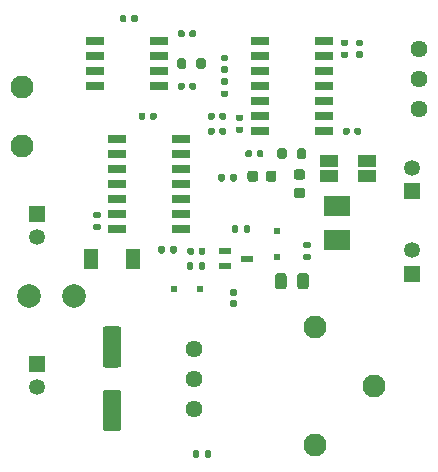
<source format=gbr>
%TF.GenerationSoftware,KiCad,Pcbnew,(5.1.8)-1*%
%TF.CreationDate,2021-01-15T11:06:26+00:00*%
%TF.ProjectId,Bat_Listner_JLCPCB,4261745f-4c69-4737-946e-65725f4a4c43,rev?*%
%TF.SameCoordinates,Original*%
%TF.FileFunction,Soldermask,Top*%
%TF.FilePolarity,Negative*%
%FSLAX46Y46*%
G04 Gerber Fmt 4.6, Leading zero omitted, Abs format (unit mm)*
G04 Created by KiCad (PCBNEW (5.1.8)-1) date 2021-01-15 11:06:26*
%MOMM*%
%LPD*%
G01*
G04 APERTURE LIST*
%ADD10R,1.528000X0.650000*%
%ADD11R,2.300000X1.800000*%
%ADD12R,1.300000X1.700000*%
%ADD13R,0.500000X0.500000*%
%ADD14R,1.525000X0.650000*%
%ADD15C,1.350000*%
%ADD16R,1.350000X1.350000*%
%ADD17C,1.950000*%
%ADD18R,1.500000X1.000000*%
%ADD19R,1.000000X0.550000*%
%ADD20C,1.440000*%
%ADD21C,2.000000*%
G04 APERTURE END LIST*
D10*
%TO.C,AT1*%
X142704000Y-55245000D03*
X142704000Y-56515000D03*
X142704000Y-57785000D03*
X142704000Y-59055000D03*
X148126000Y-59055000D03*
X148126000Y-57785000D03*
X148126000Y-56515000D03*
X148126000Y-55245000D03*
%TD*%
%TO.C,C1*%
G36*
G01*
X145370000Y-53170000D02*
X145370000Y-53510000D01*
G75*
G02*
X145230000Y-53650000I-140000J0D01*
G01*
X144950000Y-53650000D01*
G75*
G02*
X144810000Y-53510000I0J140000D01*
G01*
X144810000Y-53170000D01*
G75*
G02*
X144950000Y-53030000I140000J0D01*
G01*
X145230000Y-53030000D01*
G75*
G02*
X145370000Y-53170000I0J-140000D01*
G01*
G37*
G36*
G01*
X146330000Y-53170000D02*
X146330000Y-53510000D01*
G75*
G02*
X146190000Y-53650000I-140000J0D01*
G01*
X145910000Y-53650000D01*
G75*
G02*
X145770000Y-53510000I0J140000D01*
G01*
X145770000Y-53170000D01*
G75*
G02*
X145910000Y-53030000I140000J0D01*
G01*
X146190000Y-53030000D01*
G75*
G02*
X146330000Y-53170000I0J-140000D01*
G01*
G37*
%TD*%
%TO.C,C2*%
G36*
G01*
X149735000Y-54780000D02*
X149735000Y-54440000D01*
G75*
G02*
X149875000Y-54300000I140000J0D01*
G01*
X150155000Y-54300000D01*
G75*
G02*
X150295000Y-54440000I0J-140000D01*
G01*
X150295000Y-54780000D01*
G75*
G02*
X150155000Y-54920000I-140000J0D01*
G01*
X149875000Y-54920000D01*
G75*
G02*
X149735000Y-54780000I0J140000D01*
G01*
G37*
G36*
G01*
X150695000Y-54780000D02*
X150695000Y-54440000D01*
G75*
G02*
X150835000Y-54300000I140000J0D01*
G01*
X151115000Y-54300000D01*
G75*
G02*
X151255000Y-54440000I0J-140000D01*
G01*
X151255000Y-54780000D01*
G75*
G02*
X151115000Y-54920000I-140000J0D01*
G01*
X150835000Y-54920000D01*
G75*
G02*
X150695000Y-54780000I0J140000D01*
G01*
G37*
%TD*%
%TO.C,C3*%
G36*
G01*
X153500000Y-57350000D02*
X153840000Y-57350000D01*
G75*
G02*
X153980000Y-57490000I0J-140000D01*
G01*
X153980000Y-57770000D01*
G75*
G02*
X153840000Y-57910000I-140000J0D01*
G01*
X153500000Y-57910000D01*
G75*
G02*
X153360000Y-57770000I0J140000D01*
G01*
X153360000Y-57490000D01*
G75*
G02*
X153500000Y-57350000I140000J0D01*
G01*
G37*
G36*
G01*
X153500000Y-56390000D02*
X153840000Y-56390000D01*
G75*
G02*
X153980000Y-56530000I0J-140000D01*
G01*
X153980000Y-56810000D01*
G75*
G02*
X153840000Y-56950000I-140000J0D01*
G01*
X153500000Y-56950000D01*
G75*
G02*
X153360000Y-56810000I0J140000D01*
G01*
X153360000Y-56530000D01*
G75*
G02*
X153500000Y-56390000I140000J0D01*
G01*
G37*
%TD*%
%TO.C,C4*%
G36*
G01*
X143595000Y-79370000D02*
X144695000Y-79370000D01*
G75*
G02*
X144945000Y-79620000I0J-250000D01*
G01*
X144945000Y-82620000D01*
G75*
G02*
X144695000Y-82870000I-250000J0D01*
G01*
X143595000Y-82870000D01*
G75*
G02*
X143345000Y-82620000I0J250000D01*
G01*
X143345000Y-79620000D01*
G75*
G02*
X143595000Y-79370000I250000J0D01*
G01*
G37*
G36*
G01*
X143595000Y-84770000D02*
X144695000Y-84770000D01*
G75*
G02*
X144945000Y-85020000I0J-250000D01*
G01*
X144945000Y-88020000D01*
G75*
G02*
X144695000Y-88270000I-250000J0D01*
G01*
X143595000Y-88270000D01*
G75*
G02*
X143345000Y-88020000I0J250000D01*
G01*
X143345000Y-85020000D01*
G75*
G02*
X143595000Y-84770000I250000J0D01*
G01*
G37*
%TD*%
%TO.C,C5*%
G36*
G01*
X147925000Y-61425000D02*
X147925000Y-61765000D01*
G75*
G02*
X147785000Y-61905000I-140000J0D01*
G01*
X147505000Y-61905000D01*
G75*
G02*
X147365000Y-61765000I0J140000D01*
G01*
X147365000Y-61425000D01*
G75*
G02*
X147505000Y-61285000I140000J0D01*
G01*
X147785000Y-61285000D01*
G75*
G02*
X147925000Y-61425000I0J-140000D01*
G01*
G37*
G36*
G01*
X146965000Y-61425000D02*
X146965000Y-61765000D01*
G75*
G02*
X146825000Y-61905000I-140000J0D01*
G01*
X146545000Y-61905000D01*
G75*
G02*
X146405000Y-61765000I0J140000D01*
G01*
X146405000Y-61425000D01*
G75*
G02*
X146545000Y-61285000I140000J0D01*
G01*
X146825000Y-61285000D01*
G75*
G02*
X146965000Y-61425000I0J-140000D01*
G01*
G37*
%TD*%
%TO.C,C6*%
G36*
G01*
X149735000Y-59225000D02*
X149735000Y-58885000D01*
G75*
G02*
X149875000Y-58745000I140000J0D01*
G01*
X150155000Y-58745000D01*
G75*
G02*
X150295000Y-58885000I0J-140000D01*
G01*
X150295000Y-59225000D01*
G75*
G02*
X150155000Y-59365000I-140000J0D01*
G01*
X149875000Y-59365000D01*
G75*
G02*
X149735000Y-59225000I0J140000D01*
G01*
G37*
G36*
G01*
X150695000Y-59225000D02*
X150695000Y-58885000D01*
G75*
G02*
X150835000Y-58745000I140000J0D01*
G01*
X151115000Y-58745000D01*
G75*
G02*
X151255000Y-58885000I0J-140000D01*
G01*
X151255000Y-59225000D01*
G75*
G02*
X151115000Y-59365000I-140000J0D01*
G01*
X150835000Y-59365000D01*
G75*
G02*
X150695000Y-59225000I0J140000D01*
G01*
G37*
%TD*%
%TO.C,C7*%
G36*
G01*
X151485000Y-73195000D02*
X151485000Y-72855000D01*
G75*
G02*
X151625000Y-72715000I140000J0D01*
G01*
X151905000Y-72715000D01*
G75*
G02*
X152045000Y-72855000I0J-140000D01*
G01*
X152045000Y-73195000D01*
G75*
G02*
X151905000Y-73335000I-140000J0D01*
G01*
X151625000Y-73335000D01*
G75*
G02*
X151485000Y-73195000I0J140000D01*
G01*
G37*
G36*
G01*
X150525000Y-73195000D02*
X150525000Y-72855000D01*
G75*
G02*
X150665000Y-72715000I140000J0D01*
G01*
X150945000Y-72715000D01*
G75*
G02*
X151085000Y-72855000I0J-140000D01*
G01*
X151085000Y-73195000D01*
G75*
G02*
X150945000Y-73335000I-140000J0D01*
G01*
X150665000Y-73335000D01*
G75*
G02*
X150525000Y-73195000I0J140000D01*
G01*
G37*
%TD*%
%TO.C,C8*%
G36*
G01*
X152835000Y-61425000D02*
X152835000Y-61765000D01*
G75*
G02*
X152695000Y-61905000I-140000J0D01*
G01*
X152415000Y-61905000D01*
G75*
G02*
X152275000Y-61765000I0J140000D01*
G01*
X152275000Y-61425000D01*
G75*
G02*
X152415000Y-61285000I140000J0D01*
G01*
X152695000Y-61285000D01*
G75*
G02*
X152835000Y-61425000I0J-140000D01*
G01*
G37*
G36*
G01*
X153795000Y-61425000D02*
X153795000Y-61765000D01*
G75*
G02*
X153655000Y-61905000I-140000J0D01*
G01*
X153375000Y-61905000D01*
G75*
G02*
X153235000Y-61765000I0J140000D01*
G01*
X153235000Y-61425000D01*
G75*
G02*
X153375000Y-61285000I140000J0D01*
G01*
X153655000Y-61285000D01*
G75*
G02*
X153795000Y-61425000I0J-140000D01*
G01*
G37*
%TD*%
%TO.C,C9*%
G36*
G01*
X152275000Y-63035000D02*
X152275000Y-62695000D01*
G75*
G02*
X152415000Y-62555000I140000J0D01*
G01*
X152695000Y-62555000D01*
G75*
G02*
X152835000Y-62695000I0J-140000D01*
G01*
X152835000Y-63035000D01*
G75*
G02*
X152695000Y-63175000I-140000J0D01*
G01*
X152415000Y-63175000D01*
G75*
G02*
X152275000Y-63035000I0J140000D01*
G01*
G37*
G36*
G01*
X153235000Y-63035000D02*
X153235000Y-62695000D01*
G75*
G02*
X153375000Y-62555000I140000J0D01*
G01*
X153655000Y-62555000D01*
G75*
G02*
X153795000Y-62695000I0J-140000D01*
G01*
X153795000Y-63035000D01*
G75*
G02*
X153655000Y-63175000I-140000J0D01*
G01*
X153375000Y-63175000D01*
G75*
G02*
X153235000Y-63035000I0J140000D01*
G01*
G37*
%TD*%
%TO.C,C10*%
G36*
G01*
X156010000Y-64600000D02*
X156010000Y-64940000D01*
G75*
G02*
X155870000Y-65080000I-140000J0D01*
G01*
X155590000Y-65080000D01*
G75*
G02*
X155450000Y-64940000I0J140000D01*
G01*
X155450000Y-64600000D01*
G75*
G02*
X155590000Y-64460000I140000J0D01*
G01*
X155870000Y-64460000D01*
G75*
G02*
X156010000Y-64600000I0J-140000D01*
G01*
G37*
G36*
G01*
X156970000Y-64600000D02*
X156970000Y-64940000D01*
G75*
G02*
X156830000Y-65080000I-140000J0D01*
G01*
X156550000Y-65080000D01*
G75*
G02*
X156410000Y-64940000I0J140000D01*
G01*
X156410000Y-64600000D01*
G75*
G02*
X156550000Y-64460000I140000J0D01*
G01*
X156830000Y-64460000D01*
G75*
G02*
X156970000Y-64600000I0J-140000D01*
G01*
G37*
%TD*%
%TO.C,C11*%
G36*
G01*
X155620000Y-66925000D02*
X155620000Y-66425000D01*
G75*
G02*
X155845000Y-66200000I225000J0D01*
G01*
X156295000Y-66200000D01*
G75*
G02*
X156520000Y-66425000I0J-225000D01*
G01*
X156520000Y-66925000D01*
G75*
G02*
X156295000Y-67150000I-225000J0D01*
G01*
X155845000Y-67150000D01*
G75*
G02*
X155620000Y-66925000I0J225000D01*
G01*
G37*
G36*
G01*
X157170000Y-66925000D02*
X157170000Y-66425000D01*
G75*
G02*
X157395000Y-66200000I225000J0D01*
G01*
X157845000Y-66200000D01*
G75*
G02*
X158070000Y-66425000I0J-225000D01*
G01*
X158070000Y-66925000D01*
G75*
G02*
X157845000Y-67150000I-225000J0D01*
G01*
X157395000Y-67150000D01*
G75*
G02*
X157170000Y-66925000I0J225000D01*
G01*
G37*
%TD*%
%TO.C,C12*%
G36*
G01*
X160270000Y-66985000D02*
X159770000Y-66985000D01*
G75*
G02*
X159545000Y-66760000I0J225000D01*
G01*
X159545000Y-66310000D01*
G75*
G02*
X159770000Y-66085000I225000J0D01*
G01*
X160270000Y-66085000D01*
G75*
G02*
X160495000Y-66310000I0J-225000D01*
G01*
X160495000Y-66760000D01*
G75*
G02*
X160270000Y-66985000I-225000J0D01*
G01*
G37*
G36*
G01*
X160270000Y-68535000D02*
X159770000Y-68535000D01*
G75*
G02*
X159545000Y-68310000I0J225000D01*
G01*
X159545000Y-67860000D01*
G75*
G02*
X159770000Y-67635000I225000J0D01*
G01*
X160270000Y-67635000D01*
G75*
G02*
X160495000Y-67860000I0J-225000D01*
G01*
X160495000Y-68310000D01*
G75*
G02*
X160270000Y-68535000I-225000J0D01*
G01*
G37*
%TD*%
%TO.C,C13*%
G36*
G01*
X164665000Y-63035000D02*
X164665000Y-62695000D01*
G75*
G02*
X164805000Y-62555000I140000J0D01*
G01*
X165085000Y-62555000D01*
G75*
G02*
X165225000Y-62695000I0J-140000D01*
G01*
X165225000Y-63035000D01*
G75*
G02*
X165085000Y-63175000I-140000J0D01*
G01*
X164805000Y-63175000D01*
G75*
G02*
X164665000Y-63035000I0J140000D01*
G01*
G37*
G36*
G01*
X163705000Y-63035000D02*
X163705000Y-62695000D01*
G75*
G02*
X163845000Y-62555000I140000J0D01*
G01*
X164125000Y-62555000D01*
G75*
G02*
X164265000Y-62695000I0J-140000D01*
G01*
X164265000Y-63035000D01*
G75*
G02*
X164125000Y-63175000I-140000J0D01*
G01*
X163845000Y-63175000D01*
G75*
G02*
X163705000Y-63035000I0J140000D01*
G01*
G37*
%TD*%
D11*
%TO.C,C14*%
X163195000Y-72115000D03*
X163195000Y-69215000D03*
%TD*%
%TO.C,C15*%
G36*
G01*
X165270000Y-56640000D02*
X164930000Y-56640000D01*
G75*
G02*
X164790000Y-56500000I0J140000D01*
G01*
X164790000Y-56220000D01*
G75*
G02*
X164930000Y-56080000I140000J0D01*
G01*
X165270000Y-56080000D01*
G75*
G02*
X165410000Y-56220000I0J-140000D01*
G01*
X165410000Y-56500000D01*
G75*
G02*
X165270000Y-56640000I-140000J0D01*
G01*
G37*
G36*
G01*
X165270000Y-55680000D02*
X164930000Y-55680000D01*
G75*
G02*
X164790000Y-55540000I0J140000D01*
G01*
X164790000Y-55260000D01*
G75*
G02*
X164930000Y-55120000I140000J0D01*
G01*
X165270000Y-55120000D01*
G75*
G02*
X165410000Y-55260000I0J-140000D01*
G01*
X165410000Y-55540000D01*
G75*
G02*
X165270000Y-55680000I-140000J0D01*
G01*
G37*
%TD*%
%TO.C,C16*%
G36*
G01*
X154602000Y-77750000D02*
X154262000Y-77750000D01*
G75*
G02*
X154122000Y-77610000I0J140000D01*
G01*
X154122000Y-77330000D01*
G75*
G02*
X154262000Y-77190000I140000J0D01*
G01*
X154602000Y-77190000D01*
G75*
G02*
X154742000Y-77330000I0J-140000D01*
G01*
X154742000Y-77610000D01*
G75*
G02*
X154602000Y-77750000I-140000J0D01*
G01*
G37*
G36*
G01*
X154602000Y-76790000D02*
X154262000Y-76790000D01*
G75*
G02*
X154122000Y-76650000I0J140000D01*
G01*
X154122000Y-76370000D01*
G75*
G02*
X154262000Y-76230000I140000J0D01*
G01*
X154602000Y-76230000D01*
G75*
G02*
X154742000Y-76370000I0J-140000D01*
G01*
X154742000Y-76650000D01*
G75*
G02*
X154602000Y-76790000I-140000J0D01*
G01*
G37*
%TD*%
D12*
%TO.C,D1*%
X142395000Y-73660000D03*
X145895000Y-73660000D03*
%TD*%
D13*
%TO.C,D2*%
X151595000Y-76200000D03*
X149395000Y-76200000D03*
%TD*%
%TO.C,D3*%
X158115000Y-73490000D03*
X158115000Y-71290000D03*
%TD*%
%TO.C,D4*%
G36*
G01*
X157960000Y-76021250D02*
X157960000Y-75108750D01*
G75*
G02*
X158203750Y-74865000I243750J0D01*
G01*
X158691250Y-74865000D01*
G75*
G02*
X158935000Y-75108750I0J-243750D01*
G01*
X158935000Y-76021250D01*
G75*
G02*
X158691250Y-76265000I-243750J0D01*
G01*
X158203750Y-76265000D01*
G75*
G02*
X157960000Y-76021250I0J243750D01*
G01*
G37*
G36*
G01*
X159835000Y-76021250D02*
X159835000Y-75108750D01*
G75*
G02*
X160078750Y-74865000I243750J0D01*
G01*
X160566250Y-74865000D01*
G75*
G02*
X160810000Y-75108750I0J-243750D01*
G01*
X160810000Y-76021250D01*
G75*
G02*
X160566250Y-76265000I-243750J0D01*
G01*
X160078750Y-76265000D01*
G75*
G02*
X159835000Y-76021250I0J243750D01*
G01*
G37*
%TD*%
D14*
%TO.C,IC1*%
X144608000Y-63500000D03*
X144608000Y-64770000D03*
X144608000Y-66040000D03*
X144608000Y-67310000D03*
X144608000Y-68580000D03*
X144608000Y-69850000D03*
X144608000Y-71120000D03*
X150032000Y-71120000D03*
X150032000Y-69850000D03*
X150032000Y-68580000D03*
X150032000Y-67310000D03*
X150032000Y-66040000D03*
X150032000Y-64770000D03*
X150032000Y-63500000D03*
%TD*%
%TO.C,IC2*%
X162097000Y-55245000D03*
X162097000Y-56515000D03*
X162097000Y-57785000D03*
X162097000Y-59055000D03*
X162097000Y-60325000D03*
X162097000Y-61595000D03*
X162097000Y-62865000D03*
X156673000Y-62865000D03*
X156673000Y-61595000D03*
X156673000Y-60325000D03*
X156673000Y-59055000D03*
X156673000Y-57785000D03*
X156673000Y-56515000D03*
X156673000Y-55245000D03*
%TD*%
D15*
%TO.C,J2*%
X137795000Y-71850000D03*
D16*
X137795000Y-69850000D03*
%TD*%
%TO.C,J3*%
X169545000Y-67945000D03*
D15*
X169545000Y-65945000D03*
%TD*%
D16*
%TO.C,J5*%
X169545000Y-74930000D03*
D15*
X169545000Y-72930000D03*
%TD*%
D17*
%TO.C,J6*%
X166370000Y-84455000D03*
X161370000Y-79455000D03*
X161370000Y-89455000D03*
%TD*%
D18*
%TO.C,JP1*%
X162560000Y-66675000D03*
X162560000Y-65375000D03*
%TD*%
%TO.C,JP2*%
X165735000Y-65375000D03*
X165735000Y-66675000D03*
%TD*%
D19*
%TO.C,Q1*%
X153675000Y-73010000D03*
X153675000Y-74310000D03*
X155575000Y-73660000D03*
%TD*%
%TO.C,R1*%
G36*
G01*
X142690000Y-69705000D02*
X143060000Y-69705000D01*
G75*
G02*
X143195000Y-69840000I0J-135000D01*
G01*
X143195000Y-70110000D01*
G75*
G02*
X143060000Y-70245000I-135000J0D01*
G01*
X142690000Y-70245000D01*
G75*
G02*
X142555000Y-70110000I0J135000D01*
G01*
X142555000Y-69840000D01*
G75*
G02*
X142690000Y-69705000I135000J0D01*
G01*
G37*
G36*
G01*
X142690000Y-70725000D02*
X143060000Y-70725000D01*
G75*
G02*
X143195000Y-70860000I0J-135000D01*
G01*
X143195000Y-71130000D01*
G75*
G02*
X143060000Y-71265000I-135000J0D01*
G01*
X142690000Y-71265000D01*
G75*
G02*
X142555000Y-71130000I0J135000D01*
G01*
X142555000Y-70860000D01*
G75*
G02*
X142690000Y-70725000I135000J0D01*
G01*
G37*
%TD*%
%TO.C,R2*%
G36*
G01*
X149651000Y-57425000D02*
X149651000Y-56875000D01*
G75*
G02*
X149851000Y-56675000I200000J0D01*
G01*
X150251000Y-56675000D01*
G75*
G02*
X150451000Y-56875000I0J-200000D01*
G01*
X150451000Y-57425000D01*
G75*
G02*
X150251000Y-57625000I-200000J0D01*
G01*
X149851000Y-57625000D01*
G75*
G02*
X149651000Y-57425000I0J200000D01*
G01*
G37*
G36*
G01*
X151301000Y-57425000D02*
X151301000Y-56875000D01*
G75*
G02*
X151501000Y-56675000I200000J0D01*
G01*
X151901000Y-56675000D01*
G75*
G02*
X152101000Y-56875000I0J-200000D01*
G01*
X152101000Y-57425000D01*
G75*
G02*
X151901000Y-57625000I-200000J0D01*
G01*
X151501000Y-57625000D01*
G75*
G02*
X151301000Y-57425000I0J200000D01*
G01*
G37*
%TD*%
%TO.C,R3*%
G36*
G01*
X149084000Y-73083000D02*
X149084000Y-72713000D01*
G75*
G02*
X149219000Y-72578000I135000J0D01*
G01*
X149489000Y-72578000D01*
G75*
G02*
X149624000Y-72713000I0J-135000D01*
G01*
X149624000Y-73083000D01*
G75*
G02*
X149489000Y-73218000I-135000J0D01*
G01*
X149219000Y-73218000D01*
G75*
G02*
X149084000Y-73083000I0J135000D01*
G01*
G37*
G36*
G01*
X148064000Y-73083000D02*
X148064000Y-72713000D01*
G75*
G02*
X148199000Y-72578000I135000J0D01*
G01*
X148469000Y-72578000D01*
G75*
G02*
X148604000Y-72713000I0J-135000D01*
G01*
X148604000Y-73083000D01*
G75*
G02*
X148469000Y-73218000I-135000J0D01*
G01*
X148199000Y-73218000D01*
G75*
G02*
X148064000Y-73083000I0J135000D01*
G01*
G37*
%TD*%
%TO.C,R4*%
G36*
G01*
X153855000Y-58940000D02*
X153485000Y-58940000D01*
G75*
G02*
X153350000Y-58805000I0J135000D01*
G01*
X153350000Y-58535000D01*
G75*
G02*
X153485000Y-58400000I135000J0D01*
G01*
X153855000Y-58400000D01*
G75*
G02*
X153990000Y-58535000I0J-135000D01*
G01*
X153990000Y-58805000D01*
G75*
G02*
X153855000Y-58940000I-135000J0D01*
G01*
G37*
G36*
G01*
X153855000Y-59960000D02*
X153485000Y-59960000D01*
G75*
G02*
X153350000Y-59825000I0J135000D01*
G01*
X153350000Y-59555000D01*
G75*
G02*
X153485000Y-59420000I135000J0D01*
G01*
X153855000Y-59420000D01*
G75*
G02*
X153990000Y-59555000I0J-135000D01*
G01*
X153990000Y-59825000D01*
G75*
G02*
X153855000Y-59960000I-135000J0D01*
G01*
G37*
%TD*%
%TO.C,R5*%
G36*
G01*
X151015000Y-74110000D02*
X151015000Y-74480000D01*
G75*
G02*
X150880000Y-74615000I-135000J0D01*
G01*
X150610000Y-74615000D01*
G75*
G02*
X150475000Y-74480000I0J135000D01*
G01*
X150475000Y-74110000D01*
G75*
G02*
X150610000Y-73975000I135000J0D01*
G01*
X150880000Y-73975000D01*
G75*
G02*
X151015000Y-74110000I0J-135000D01*
G01*
G37*
G36*
G01*
X152035000Y-74110000D02*
X152035000Y-74480000D01*
G75*
G02*
X151900000Y-74615000I-135000J0D01*
G01*
X151630000Y-74615000D01*
G75*
G02*
X151495000Y-74480000I0J135000D01*
G01*
X151495000Y-74110000D01*
G75*
G02*
X151630000Y-73975000I135000J0D01*
G01*
X151900000Y-73975000D01*
G75*
G02*
X152035000Y-74110000I0J-135000D01*
G01*
G37*
%TD*%
%TO.C,R6*%
G36*
G01*
X155125000Y-63010000D02*
X154755000Y-63010000D01*
G75*
G02*
X154620000Y-62875000I0J135000D01*
G01*
X154620000Y-62605000D01*
G75*
G02*
X154755000Y-62470000I135000J0D01*
G01*
X155125000Y-62470000D01*
G75*
G02*
X155260000Y-62605000I0J-135000D01*
G01*
X155260000Y-62875000D01*
G75*
G02*
X155125000Y-63010000I-135000J0D01*
G01*
G37*
G36*
G01*
X155125000Y-61990000D02*
X154755000Y-61990000D01*
G75*
G02*
X154620000Y-61855000I0J135000D01*
G01*
X154620000Y-61585000D01*
G75*
G02*
X154755000Y-61450000I135000J0D01*
G01*
X155125000Y-61450000D01*
G75*
G02*
X155260000Y-61585000I0J-135000D01*
G01*
X155260000Y-61855000D01*
G75*
G02*
X155125000Y-61990000I-135000J0D01*
G01*
G37*
%TD*%
%TO.C,R7*%
G36*
G01*
X154702000Y-66617000D02*
X154702000Y-66987000D01*
G75*
G02*
X154567000Y-67122000I-135000J0D01*
G01*
X154297000Y-67122000D01*
G75*
G02*
X154162000Y-66987000I0J135000D01*
G01*
X154162000Y-66617000D01*
G75*
G02*
X154297000Y-66482000I135000J0D01*
G01*
X154567000Y-66482000D01*
G75*
G02*
X154702000Y-66617000I0J-135000D01*
G01*
G37*
G36*
G01*
X153682000Y-66617000D02*
X153682000Y-66987000D01*
G75*
G02*
X153547000Y-67122000I-135000J0D01*
G01*
X153277000Y-67122000D01*
G75*
G02*
X153142000Y-66987000I0J135000D01*
G01*
X153142000Y-66617000D01*
G75*
G02*
X153277000Y-66482000I135000J0D01*
G01*
X153547000Y-66482000D01*
G75*
G02*
X153682000Y-66617000I0J-135000D01*
G01*
G37*
%TD*%
%TO.C,R8*%
G36*
G01*
X159810000Y-65045000D02*
X159810000Y-64495000D01*
G75*
G02*
X160010000Y-64295000I200000J0D01*
G01*
X160410000Y-64295000D01*
G75*
G02*
X160610000Y-64495000I0J-200000D01*
G01*
X160610000Y-65045000D01*
G75*
G02*
X160410000Y-65245000I-200000J0D01*
G01*
X160010000Y-65245000D01*
G75*
G02*
X159810000Y-65045000I0J200000D01*
G01*
G37*
G36*
G01*
X158160000Y-65045000D02*
X158160000Y-64495000D01*
G75*
G02*
X158360000Y-64295000I200000J0D01*
G01*
X158760000Y-64295000D01*
G75*
G02*
X158960000Y-64495000I0J-200000D01*
G01*
X158960000Y-65045000D01*
G75*
G02*
X158760000Y-65245000I-200000J0D01*
G01*
X158360000Y-65245000D01*
G75*
G02*
X158160000Y-65045000I0J200000D01*
G01*
G37*
%TD*%
%TO.C,R9*%
G36*
G01*
X154285000Y-71305000D02*
X154285000Y-70935000D01*
G75*
G02*
X154420000Y-70800000I135000J0D01*
G01*
X154690000Y-70800000D01*
G75*
G02*
X154825000Y-70935000I0J-135000D01*
G01*
X154825000Y-71305000D01*
G75*
G02*
X154690000Y-71440000I-135000J0D01*
G01*
X154420000Y-71440000D01*
G75*
G02*
X154285000Y-71305000I0J135000D01*
G01*
G37*
G36*
G01*
X155305000Y-71305000D02*
X155305000Y-70935000D01*
G75*
G02*
X155440000Y-70800000I135000J0D01*
G01*
X155710000Y-70800000D01*
G75*
G02*
X155845000Y-70935000I0J-135000D01*
G01*
X155845000Y-71305000D01*
G75*
G02*
X155710000Y-71440000I-135000J0D01*
G01*
X155440000Y-71440000D01*
G75*
G02*
X155305000Y-71305000I0J135000D01*
G01*
G37*
%TD*%
%TO.C,R10*%
G36*
G01*
X160470000Y-72245000D02*
X160840000Y-72245000D01*
G75*
G02*
X160975000Y-72380000I0J-135000D01*
G01*
X160975000Y-72650000D01*
G75*
G02*
X160840000Y-72785000I-135000J0D01*
G01*
X160470000Y-72785000D01*
G75*
G02*
X160335000Y-72650000I0J135000D01*
G01*
X160335000Y-72380000D01*
G75*
G02*
X160470000Y-72245000I135000J0D01*
G01*
G37*
G36*
G01*
X160470000Y-73265000D02*
X160840000Y-73265000D01*
G75*
G02*
X160975000Y-73400000I0J-135000D01*
G01*
X160975000Y-73670000D01*
G75*
G02*
X160840000Y-73805000I-135000J0D01*
G01*
X160470000Y-73805000D01*
G75*
G02*
X160335000Y-73670000I0J135000D01*
G01*
X160335000Y-73400000D01*
G75*
G02*
X160470000Y-73265000I135000J0D01*
G01*
G37*
%TD*%
%TO.C,R11*%
G36*
G01*
X152003000Y-90355000D02*
X152003000Y-89985000D01*
G75*
G02*
X152138000Y-89850000I135000J0D01*
G01*
X152408000Y-89850000D01*
G75*
G02*
X152543000Y-89985000I0J-135000D01*
G01*
X152543000Y-90355000D01*
G75*
G02*
X152408000Y-90490000I-135000J0D01*
G01*
X152138000Y-90490000D01*
G75*
G02*
X152003000Y-90355000I0J135000D01*
G01*
G37*
G36*
G01*
X150983000Y-90355000D02*
X150983000Y-89985000D01*
G75*
G02*
X151118000Y-89850000I135000J0D01*
G01*
X151388000Y-89850000D01*
G75*
G02*
X151523000Y-89985000I0J-135000D01*
G01*
X151523000Y-90355000D01*
G75*
G02*
X151388000Y-90490000I-135000J0D01*
G01*
X151118000Y-90490000D01*
G75*
G02*
X150983000Y-90355000I0J135000D01*
G01*
G37*
%TD*%
%TO.C,R12*%
G36*
G01*
X163645000Y-56120000D02*
X164015000Y-56120000D01*
G75*
G02*
X164150000Y-56255000I0J-135000D01*
G01*
X164150000Y-56525000D01*
G75*
G02*
X164015000Y-56660000I-135000J0D01*
G01*
X163645000Y-56660000D01*
G75*
G02*
X163510000Y-56525000I0J135000D01*
G01*
X163510000Y-56255000D01*
G75*
G02*
X163645000Y-56120000I135000J0D01*
G01*
G37*
G36*
G01*
X163645000Y-55100000D02*
X164015000Y-55100000D01*
G75*
G02*
X164150000Y-55235000I0J-135000D01*
G01*
X164150000Y-55505000D01*
G75*
G02*
X164015000Y-55640000I-135000J0D01*
G01*
X163645000Y-55640000D01*
G75*
G02*
X163510000Y-55505000I0J135000D01*
G01*
X163510000Y-55235000D01*
G75*
G02*
X163645000Y-55100000I135000J0D01*
G01*
G37*
%TD*%
D20*
%TO.C,RV1*%
X151130000Y-81280000D03*
X151130000Y-83820000D03*
X151130000Y-86360000D03*
%TD*%
%TO.C,RV2*%
X170180000Y-55880000D03*
X170180000Y-58420000D03*
X170180000Y-60960000D03*
%TD*%
D21*
%TO.C,TP2*%
X140970000Y-76835000D03*
%TD*%
%TO.C,TP1*%
X137160000Y-76835000D03*
%TD*%
D16*
%TO.C,J4*%
X137795000Y-82550000D03*
D15*
X137795000Y-84550000D03*
%TD*%
D17*
%TO.C,IC3*%
X136525000Y-59095000D03*
X136525000Y-64095000D03*
%TD*%
M02*

</source>
